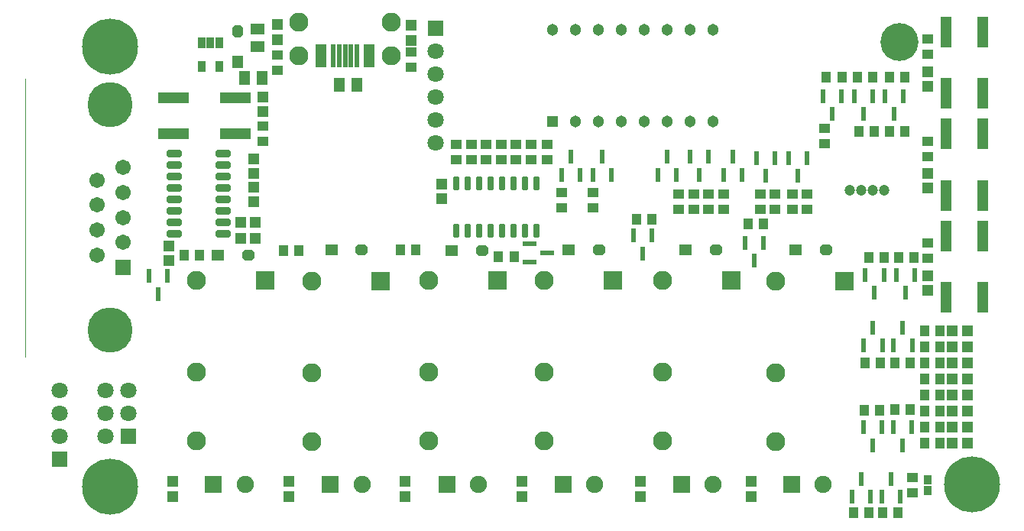
<source format=gts>
G04*
G04 #@! TF.GenerationSoftware,Altium Limited,Altium NEXUS,2.1.9 (83)*
G04*
G04 Layer_Color=8388736*
%FSLAX44Y44*%
%MOMM*%
G71*
G01*
G75*
%ADD18C,0.1000*%
%ADD32R,0.6100X1.6100*%
%ADD38R,1.6100X0.6100*%
%ADD41R,0.9032X1.0032*%
%ADD42R,0.8632X1.2032*%
%ADD43R,1.3032X2.5532*%
%ADD44R,0.6032X2.5532*%
%ADD45R,1.2032X1.6032*%
%ADD46R,1.2032X1.1032*%
%ADD47R,1.6032X1.2032*%
%ADD48R,1.1032X1.2032*%
%ADD49R,1.2032X1.3032*%
%ADD50R,1.2032X1.4232*%
G04:AMPARAMS|DCode=51|XSize=1.2032mm|YSize=1.4232mm|CornerRadius=0mm|HoleSize=0mm|Usage=FLASHONLY|Rotation=0.000|XOffset=0mm|YOffset=0mm|HoleType=Round|Shape=Octagon|*
%AMOCTAGOND51*
4,1,8,-0.3008,0.7116,0.3008,0.7116,0.6016,0.4108,0.6016,-0.4108,0.3008,-0.7116,-0.3008,-0.7116,-0.6016,-0.4108,-0.6016,0.4108,-0.3008,0.7116,0.0*
%
%ADD51OCTAGOND51*%

%ADD52R,3.4032X1.2032*%
%ADD53R,1.2032X1.2032*%
G04:AMPARAMS|DCode=54|XSize=0.7532mm|YSize=1.4532mm|CornerRadius=0.1511mm|HoleSize=0mm|Usage=FLASHONLY|Rotation=180.000|XOffset=0mm|YOffset=0mm|HoleType=Round|Shape=RoundedRectangle|*
%AMROUNDEDRECTD54*
21,1,0.7532,1.1510,0,0,180.0*
21,1,0.4510,1.4532,0,0,180.0*
1,1,0.3022,-0.2255,0.5755*
1,1,0.3022,0.2255,0.5755*
1,1,0.3022,0.2255,-0.5755*
1,1,0.3022,-0.2255,-0.5755*
%
%ADD54ROUNDEDRECTD54*%
%ADD55R,1.3032X1.2032*%
%ADD56R,1.4232X1.2032*%
G04:AMPARAMS|DCode=57|XSize=1.2032mm|YSize=1.4232mm|CornerRadius=0mm|HoleSize=0mm|Usage=FLASHONLY|Rotation=270.000|XOffset=0mm|YOffset=0mm|HoleType=Round|Shape=Octagon|*
%AMOCTAGOND57*
4,1,8,0.7116,0.3008,0.7116,-0.3008,0.4108,-0.6016,-0.4108,-0.6016,-0.7116,-0.3008,-0.7116,0.3008,-0.4108,0.6016,0.4108,0.6016,0.7116,0.3008,0.0*
%
%ADD57OCTAGOND57*%

%ADD58R,1.2032X3.4032*%
G04:AMPARAMS|DCode=59|XSize=0.8032mm|YSize=1.6532mm|CornerRadius=0.1526mm|HoleSize=0mm|Usage=FLASHONLY|Rotation=270.000|XOffset=0mm|YOffset=0mm|HoleType=Round|Shape=RoundedRectangle|*
%AMROUNDEDRECTD59*
21,1,0.8032,1.3480,0,0,270.0*
21,1,0.4980,1.6532,0,0,270.0*
1,1,0.3052,-0.6740,-0.2490*
1,1,0.3052,-0.6740,0.2490*
1,1,0.3052,0.6740,0.2490*
1,1,0.3052,0.6740,-0.2490*
%
%ADD59ROUNDEDRECTD59*%
%ADD60R,1.2032X1.2032*%
%ADD61R,2.1032X2.1032*%
%ADD62C,2.1032*%
%ADD63R,1.9032X1.9032*%
%ADD64C,1.9032*%
%ADD65C,4.2032*%
%ADD66C,6.2032*%
%ADD67R,1.8032X1.8032*%
%ADD68C,1.8032*%
%ADD69C,1.2032*%
%ADD70R,1.3032X1.3032*%
%ADD71C,1.3032*%
%ADD72C,5.0032*%
%ADD73C,1.7032*%
%ADD74R,1.7032X1.7032*%
D18*
X255800Y444170D02*
Y752170D01*
D32*
X1122770Y664000D02*
D03*
X1102270D02*
D03*
X1112520Y644100D02*
D03*
X1087210Y664000D02*
D03*
X1066710D02*
D03*
X1076960Y644100D02*
D03*
X1013550Y665270D02*
D03*
X993050D02*
D03*
X1003300Y645370D02*
D03*
X1229250Y732834D02*
D03*
X1208750D02*
D03*
X1219000Y712934D02*
D03*
X1194960Y732834D02*
D03*
X1174460D02*
D03*
X1184710Y712934D02*
D03*
X1160670Y732834D02*
D03*
X1140170D02*
D03*
X1150420Y712934D02*
D03*
X850810Y645370D02*
D03*
X871310D02*
D03*
X861060Y665270D02*
D03*
X885100Y645370D02*
D03*
X905600D02*
D03*
X895350Y665270D02*
D03*
X957490Y645370D02*
D03*
X977990D02*
D03*
X967740Y665270D02*
D03*
X1029880Y645370D02*
D03*
X1050380D02*
D03*
X1040130Y665270D02*
D03*
X1218348Y456140D02*
D03*
X1238848D02*
D03*
X1228598Y476040D02*
D03*
X1185328Y456394D02*
D03*
X1205828D02*
D03*
X1195578Y476294D02*
D03*
X1207516Y534416D02*
D03*
X1187016D02*
D03*
X1197266Y514516D02*
D03*
X1241642Y534460D02*
D03*
X1221142D02*
D03*
X1231392Y514560D02*
D03*
X1205394Y288500D02*
D03*
X1225894D02*
D03*
X1215644Y308400D02*
D03*
X1172374Y288500D02*
D03*
X1192874D02*
D03*
X1182624Y308400D02*
D03*
X1205574Y365550D02*
D03*
X1185074D02*
D03*
X1195324Y345650D02*
D03*
X1238594Y365550D02*
D03*
X1218094D02*
D03*
X1228344Y345650D02*
D03*
X414110Y533444D02*
D03*
X393610D02*
D03*
X403860Y513544D02*
D03*
X950648Y578358D02*
D03*
X930148D02*
D03*
X940398Y558458D02*
D03*
X1074002Y570274D02*
D03*
X1053502D02*
D03*
X1063752Y550374D02*
D03*
D38*
X814788Y569304D02*
D03*
Y548804D02*
D03*
X834688Y559054D02*
D03*
D41*
X1256030Y307498D02*
D03*
Y295498D02*
D03*
D42*
X471018Y791764D02*
D03*
X461518D02*
D03*
X452018D02*
D03*
Y765764D02*
D03*
X471018D02*
D03*
D43*
X637162Y777494D02*
D03*
X584162D02*
D03*
D44*
X597662D02*
D03*
X604162D02*
D03*
X610662D02*
D03*
X617162D02*
D03*
X623662D02*
D03*
D45*
X623918Y744982D02*
D03*
X603918D02*
D03*
X519016Y752856D02*
D03*
X499016D02*
D03*
D46*
X683514Y781930D02*
D03*
Y764930D02*
D03*
X535940Y777866D02*
D03*
Y760866D02*
D03*
X519430Y682380D02*
D03*
Y699380D02*
D03*
X1239520Y309998D02*
D03*
Y292998D02*
D03*
X1106170Y624450D02*
D03*
Y607450D02*
D03*
X1070610Y624450D02*
D03*
Y607450D02*
D03*
X1122680Y624450D02*
D03*
Y607450D02*
D03*
X1087120Y624450D02*
D03*
Y607450D02*
D03*
X996950Y607450D02*
D03*
Y624450D02*
D03*
X1013460Y607450D02*
D03*
Y624450D02*
D03*
X834390Y679060D02*
D03*
Y662060D02*
D03*
X816610Y679060D02*
D03*
Y662060D02*
D03*
X800100Y679060D02*
D03*
Y662060D02*
D03*
X783590Y679060D02*
D03*
Y662060D02*
D03*
X767080Y679060D02*
D03*
Y662060D02*
D03*
X734060Y679060D02*
D03*
Y662060D02*
D03*
X750570Y679060D02*
D03*
Y662060D02*
D03*
X1141730Y697348D02*
D03*
Y680348D02*
D03*
X850900Y608720D02*
D03*
Y625720D02*
D03*
X885190Y608720D02*
D03*
Y625720D02*
D03*
X980186Y607450D02*
D03*
Y624450D02*
D03*
X1029970Y607450D02*
D03*
Y624450D02*
D03*
X1256030Y569840D02*
D03*
Y552840D02*
D03*
Y682870D02*
D03*
Y665870D02*
D03*
Y795900D02*
D03*
Y778900D02*
D03*
D47*
X513588Y807306D02*
D03*
Y787306D02*
D03*
D48*
X1230494Y693166D02*
D03*
X1213494D02*
D03*
X1180220D02*
D03*
X1197220D02*
D03*
X1143898Y753872D02*
D03*
X1160898D02*
D03*
X1178188D02*
D03*
X1195188D02*
D03*
X1213748D02*
D03*
X1230748D02*
D03*
X1269610Y472440D02*
D03*
X1252610D02*
D03*
X1219590Y436880D02*
D03*
X1236590D02*
D03*
X1269610Y454660D02*
D03*
X1252610D02*
D03*
X1186570Y436880D02*
D03*
X1203570D02*
D03*
X1269610D02*
D03*
X1252610D02*
D03*
X1207544Y553438D02*
D03*
X1190544D02*
D03*
X1269610Y419100D02*
D03*
X1252610D02*
D03*
X1240564Y553438D02*
D03*
X1223564D02*
D03*
X1269610Y401320D02*
D03*
X1252610D02*
D03*
X1206010Y270764D02*
D03*
X1223010D02*
D03*
X1269610Y383540D02*
D03*
X1252610D02*
D03*
X1173870Y270764D02*
D03*
X1190870D02*
D03*
X1269610Y365760D02*
D03*
X1252610D02*
D03*
X1203198Y384810D02*
D03*
X1186198D02*
D03*
X1269610Y347980D02*
D03*
X1252610D02*
D03*
X1236590Y385064D02*
D03*
X1219590D02*
D03*
X432190Y556260D02*
D03*
X449190D02*
D03*
X559680Y561340D02*
D03*
X542680D02*
D03*
X689220Y562610D02*
D03*
X672220D02*
D03*
X780678Y554990D02*
D03*
X797678D02*
D03*
X950332Y596138D02*
D03*
X933332D02*
D03*
X1073776Y591058D02*
D03*
X1056776D02*
D03*
D49*
X683514Y794140D02*
D03*
Y811140D02*
D03*
X535940Y795410D02*
D03*
Y812410D02*
D03*
X419354Y305680D02*
D03*
Y288680D02*
D03*
X548640Y305680D02*
D03*
Y288680D02*
D03*
X677164Y305680D02*
D03*
Y288680D02*
D03*
X806196Y305680D02*
D03*
Y288680D02*
D03*
X938022Y305680D02*
D03*
Y288680D02*
D03*
X1060196Y305680D02*
D03*
Y288680D02*
D03*
D50*
X491998Y770589D02*
D03*
D51*
Y804211D02*
D03*
D52*
X488660Y731200D02*
D03*
Y691200D02*
D03*
X420660D02*
D03*
Y731200D02*
D03*
D53*
X519430Y715900D02*
D03*
Y731900D02*
D03*
X717550Y635380D02*
D03*
Y619380D02*
D03*
X1256030Y533780D02*
D03*
Y517780D02*
D03*
Y646810D02*
D03*
Y630810D02*
D03*
Y759840D02*
D03*
Y743840D02*
D03*
X509270Y615570D02*
D03*
Y631570D02*
D03*
Y647320D02*
D03*
Y663320D02*
D03*
X415290Y566800D02*
D03*
Y550800D02*
D03*
D54*
X822960Y635850D02*
D03*
X810260D02*
D03*
X797560D02*
D03*
X784860D02*
D03*
X772160D02*
D03*
X759460D02*
D03*
X746760D02*
D03*
X734060D02*
D03*
X822960Y583350D02*
D03*
X810260D02*
D03*
X797560D02*
D03*
X784860D02*
D03*
X772160D02*
D03*
X759460D02*
D03*
X746760D02*
D03*
X734060D02*
D03*
D55*
X1283090Y472440D02*
D03*
X1300090D02*
D03*
X1283090Y454660D02*
D03*
X1300090D02*
D03*
X1283090Y436880D02*
D03*
X1300090D02*
D03*
X1283090Y419100D02*
D03*
X1300090D02*
D03*
X1283090Y401320D02*
D03*
X1300090D02*
D03*
X1283090Y383540D02*
D03*
X1300090D02*
D03*
X1283090Y365760D02*
D03*
X1300090D02*
D03*
X1283090Y347980D02*
D03*
X1300090D02*
D03*
D56*
X469599Y556260D02*
D03*
X595329Y562610D02*
D03*
X728679Y561340D02*
D03*
X858219Y562610D02*
D03*
X987759D02*
D03*
X1109679D02*
D03*
D57*
X503221Y556260D02*
D03*
X628951Y562610D02*
D03*
X762301Y561340D02*
D03*
X891841Y562610D02*
D03*
X1021381D02*
D03*
X1143301D02*
D03*
D58*
X1316670Y509560D02*
D03*
X1276670D02*
D03*
Y577560D02*
D03*
X1316670D02*
D03*
Y622590D02*
D03*
X1276670D02*
D03*
Y690590D02*
D03*
X1316670D02*
D03*
Y735620D02*
D03*
X1276670D02*
D03*
Y803620D02*
D03*
X1316670D02*
D03*
D59*
X475560Y580390D02*
D03*
Y593090D02*
D03*
Y605790D02*
D03*
Y618490D02*
D03*
Y631190D02*
D03*
Y643890D02*
D03*
Y656590D02*
D03*
Y669290D02*
D03*
X421060Y580390D02*
D03*
Y593090D02*
D03*
Y605790D02*
D03*
Y618490D02*
D03*
Y631190D02*
D03*
Y643890D02*
D03*
Y656590D02*
D03*
Y669290D02*
D03*
D60*
X510920Y575310D02*
D03*
X494920D02*
D03*
X494920Y593090D02*
D03*
X510920D02*
D03*
D61*
X650240Y527304D02*
D03*
X1163574Y527558D02*
D03*
X1038352Y528320D02*
D03*
X907542Y528066D02*
D03*
X779526Y528320D02*
D03*
X521970Y528574D02*
D03*
D62*
X574040Y349504D02*
D03*
Y425704D02*
D03*
Y527304D02*
D03*
X1087374Y349758D02*
D03*
Y425958D02*
D03*
Y527558D02*
D03*
X962152Y350520D02*
D03*
Y426720D02*
D03*
Y528320D02*
D03*
X831342Y350266D02*
D03*
Y426466D02*
D03*
Y528066D02*
D03*
X703326Y350520D02*
D03*
Y426720D02*
D03*
Y528320D02*
D03*
X445770Y350774D02*
D03*
Y426974D02*
D03*
Y528574D02*
D03*
X661912Y814494D02*
D03*
X559412D02*
D03*
X661912Y777494D02*
D03*
X559412D02*
D03*
D63*
X852170Y302720D02*
D03*
X464820D02*
D03*
X594360Y302260D02*
D03*
X723190Y302720D02*
D03*
X983540D02*
D03*
X1105460D02*
D03*
D64*
X887170D02*
D03*
X499820D02*
D03*
X629360Y302260D02*
D03*
X758190Y302720D02*
D03*
X1018540D02*
D03*
X1140460D02*
D03*
D65*
X1225042Y792734D02*
D03*
D66*
X1305306Y302260D02*
D03*
X350000Y299720D02*
D03*
Y787400D02*
D03*
D67*
X711200Y807720D02*
D03*
X294640Y330200D02*
D03*
X370840Y355600D02*
D03*
D68*
X711200Y782320D02*
D03*
Y756920D02*
D03*
Y731520D02*
D03*
Y706120D02*
D03*
Y680720D02*
D03*
X294640Y406400D02*
D03*
Y381000D02*
D03*
Y355600D02*
D03*
X345440Y406400D02*
D03*
X370840D02*
D03*
X345440Y381000D02*
D03*
X370840D02*
D03*
X345440Y355600D02*
D03*
D69*
X1207570Y628650D02*
D03*
X1195070D02*
D03*
X1182570D02*
D03*
X1170070D02*
D03*
D70*
X840740Y704850D02*
D03*
D71*
X866140D02*
D03*
X891540D02*
D03*
X916940D02*
D03*
X942340D02*
D03*
X967740D02*
D03*
X993140D02*
D03*
X1018540D02*
D03*
Y806450D02*
D03*
X993140D02*
D03*
X967740D02*
D03*
X942340D02*
D03*
X916940D02*
D03*
X891540D02*
D03*
X866140D02*
D03*
X840740D02*
D03*
D72*
X350000Y473170D02*
D03*
Y723170D02*
D03*
D73*
X335800Y639720D02*
D03*
Y612020D02*
D03*
Y584320D02*
D03*
Y556620D02*
D03*
X364200Y570470D02*
D03*
Y653570D02*
D03*
Y625870D02*
D03*
Y598170D02*
D03*
D74*
Y542770D02*
D03*
M02*

</source>
